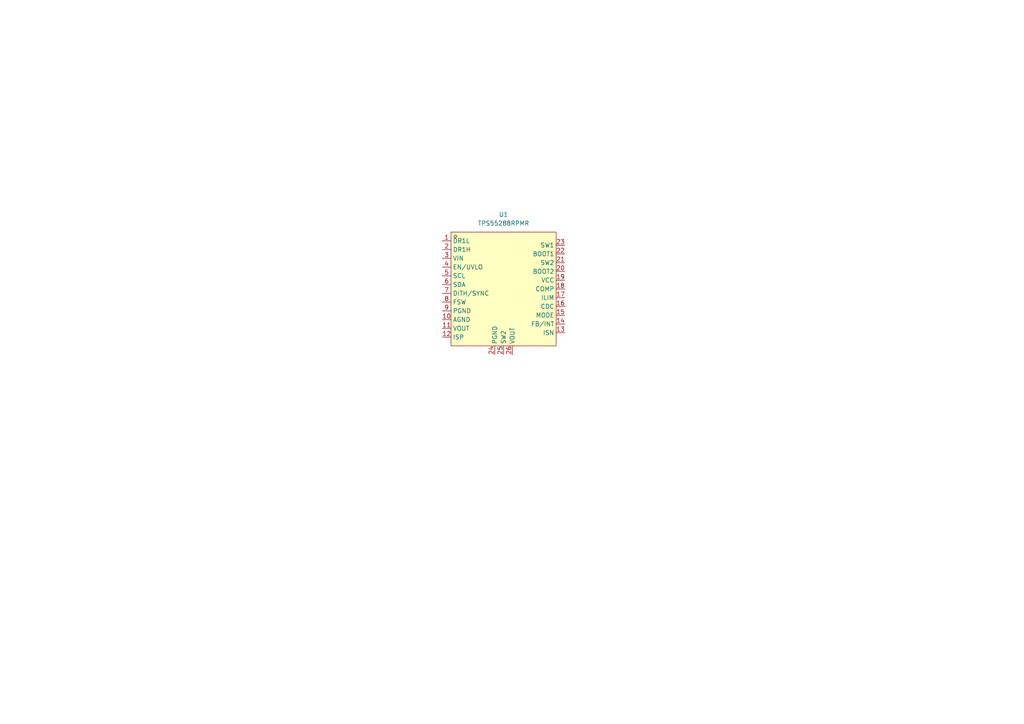
<source format=kicad_sch>
(kicad_sch (version 20231120) (generator "eeschema") (generator_version "8.0")
  (paper "A4")
  (lib_symbols
    (symbol "LCSC-powercoop:TPS55288RPMR"
      (property "Reference" "U" (at 0 19.05 0))
      (property "Value" "TPS55288RPMR" (at 0 -24.13 0))
      (symbol "TPS55288RPMR_0_1"
        (rectangle (start -15.24 16.51) (end 15.24 -16.51) (fill (type background)))
        (circle (center -13.97 15.24) (radius 0.38))
        (pin unspecified line (at -17.78 13.97 0) (length 2.54) (name "DR1L") (number "1"))
        (pin unspecified line (at -17.78 -8.89 0) (length 2.54) (name "AGND") (number "10"))
        (pin unspecified line (at -17.78 -11.43 0) (length 2.54) (name "VOUT") (number "11"))
        (pin unspecified line (at -17.78 -13.97 0) (length 2.54) (name "ISP") (number "12"))
        (pin unspecified line (at 17.78 -12.7 180) (length 2.54) (name "ISN") (number "13"))
        (pin unspecified line (at 17.78 -10.16 180) (length 2.54) (name "FB/INT") (number "14"))
        (pin unspecified line (at 17.78 -7.62 180) (length 2.54) (name "MODE") (number "15"))
        (pin unspecified line (at 17.78 -5.08 180) (length 2.54) (name "CDC") (number "16"))
        (pin unspecified line (at 17.78 -2.54 180) (length 2.54) (name "ILIM") (number "17"))
        (pin unspecified line (at 17.78 0 180) (length 2.54) (name "COMP") (number "18"))
        (pin unspecified line (at 17.78 2.54 180) (length 2.54) (name "VCC") (number "19"))
        (pin unspecified line (at -17.78 11.43 0) (length 2.54) (name "DR1H") (number "2"))
        (pin unspecified line (at 17.78 5.08 180) (length 2.54) (name "BOOT2") (number "20"))
        (pin unspecified line (at 17.78 7.62 180) (length 2.54) (name "SW2") (number "21"))
        (pin unspecified line (at 17.78 10.16 180) (length 2.54) (name "BOOT1") (number "22"))
        (pin unspecified line (at 17.78 12.7 180) (length 2.54) (name "SW1") (number "23"))
        (pin unspecified line (at -2.54 -19.05 90) (length 2.54) (name "PGND") (number "24"))
        (pin unspecified line (at 0 -19.05 90) (length 2.54) (name "SW2") (number "25"))
        (pin unspecified line (at 2.54 -19.05 90) (length 2.54) (name "VOUT") (number "26"))
        (pin unspecified line (at -17.78 8.89 0) (length 2.54) (name "VIN") (number "3"))
        (pin unspecified line (at -17.78 6.35 0) (length 2.54) (name "EN/UVLO") (number "4"))
        (pin unspecified line (at -17.78 3.81 0) (length 2.54) (name "SCL") (number "5"))
        (pin unspecified line (at -17.78 1.27 0) (length 2.54) (name "SDA") (number "6"))
        (pin unspecified line (at -17.78 -1.27 0) (length 2.54) (name "DITH/SYNC") (number "7"))
        (pin unspecified line (at -17.78 -3.81 0) (length 2.54) (name "FSW") (number "8"))
        (pin unspecified line (at -17.78 -6.35 0) (length 2.54) (name "PGND") (number "9"))
      )
    )
  )
  (symbol (lib_id "LCSC-powercoop:TPS55288RPMR") (at 146.05 83.82 0) (unit 1)
    (property "Reference" "U1" (at 146.05 62.23 0))
    (property "Value" "TPS55288RPMR" (at 146.05 64.77 0))
    (property "Footprint" "LCSC-powercoop:VQFN-HR-26_L4.0-W3.5_TPS55288RPMR" (effects (hide yes)))
    (property "LCSC Part" "C2864583" (effects (hide yes)))
  )
)
</source>
